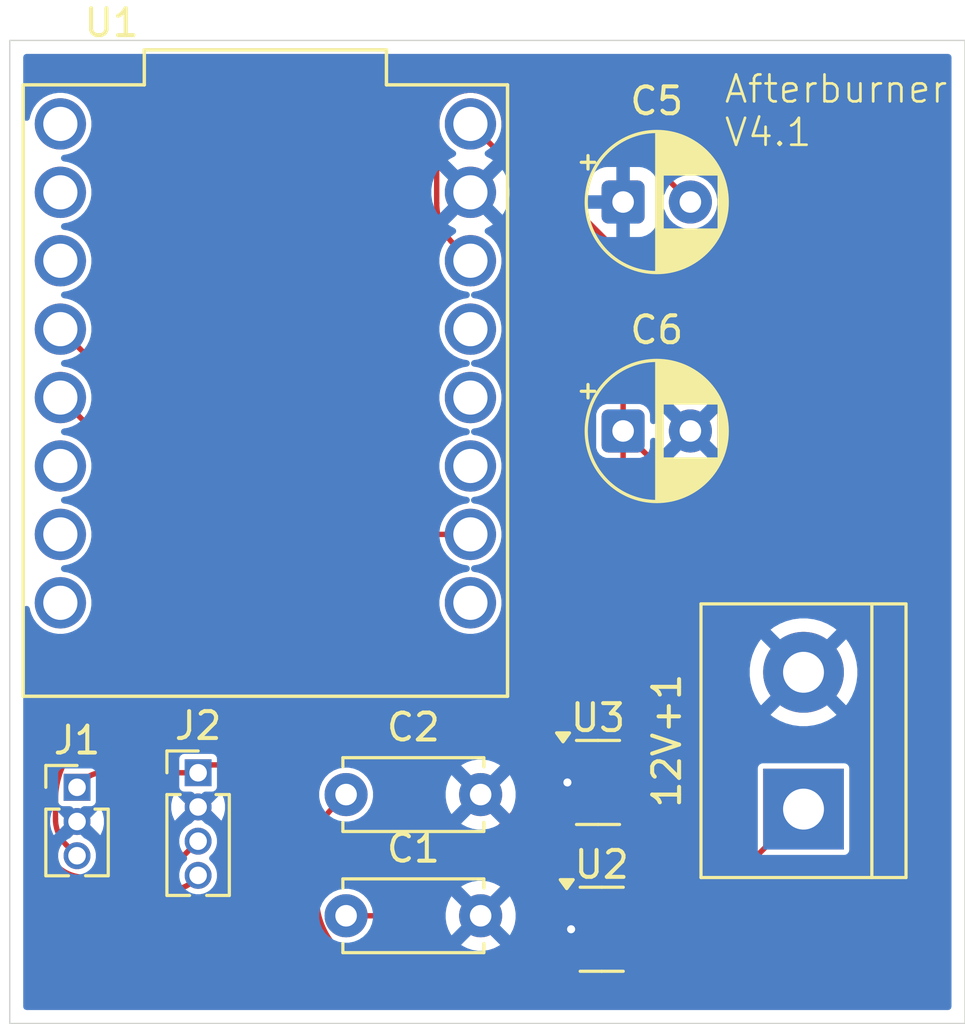
<source format=kicad_pcb>
(kicad_pcb (version 20241229) (generator "pcbnew") (generator_version "9.0")
  (layers (0 "F.Cu" signal) (2 "B.Cu" power "GND") (13 "F.Paste" user) (15 "B.Paste" user) (5 "F.SilkS" user "F.Silkscreen") (7 "B.SilkS" user "B.Silkscreen") (1 "F.Mask" user) (3 "B.Mask" user) (25 "Edge.Cuts" user))
  (net 0 "")
  (net 1 "GND")
  (net 2 "+12V")
  (net 9 "Net-(U2-BP)")
  (net 10 "Net-(U3-BP)")
  (net 15 "/i2c esp sdc")
  (net 16 "+3.3V")
  (net 17 "Net-(J1-Pin_3)")
  (net 18 "/i2c esp sda")
  (net 19 "VCC")
  (footprint "Capacitor_THT:CP_Radial_D5.0mm_P2.50mm" (layer "F.Cu") (at 54.794888 68)
    (property "Reference" "C5" (at 1.25 -3.75 0) (layer "F.SilkS"))
    (property "Value" "2.2uf")
    (fp_line (start -1.554775 -1.475) (end -1.054775 -1.475) (stroke (width 0.12)) (layer "F.SilkS"))
    (fp_line (start -1.304775 -1.725) (end -1.304775 -1.225) (stroke (width 0.12)) (layer "F.SilkS"))
    (fp_line (start 1.25 -2.58) (end 1.25 2.58) (stroke (width 0.12)) (layer "F.SilkS"))
    (fp_line (start 1.29 -2.58) (end 1.29 2.58) (stroke (width 0.12)) (layer "F.SilkS"))
    (fp_line (start 1.33 -2.579) (end 1.33 2.579) (stroke (width 0.12)) (layer "F.SilkS"))
    (fp_line (start 1.37 -2.577) (end 1.37 2.577) (stroke (width 0.12)) (layer "F.SilkS"))
    (fp_line (start 1.41 -2.575) (end 1.41 2.575) (stroke (width 0.12)) (layer "F.SilkS"))
    (fp_line (start 1.45 -2.572) (end 1.45 2.572) (stroke (width 0.12)) (layer "F.SilkS"))
    (fp_line (start 1.49 -2.569) (end 1.49 -1.04) (stroke (width 0.12)) (layer "F.SilkS"))
    (fp_line (start 1.49 1.04) (end 1.49 2.569) (stroke (width 0.12)) (layer "F.SilkS"))
    (fp_line (start 1.53 -2.565) (end 1.53 -1.04) (stroke (width 0.12)) (layer "F.SilkS"))
    (fp_line (start 1.53 1.04) (end 1.53 2.565) (stroke (width 0.12)) (layer "F.SilkS"))
    (fp_line (start 1.57 -2.56) (end 1.57 -1.04) (stroke (width 0.12)) (layer "F.SilkS"))
    (fp_line (start 1.57 1.04) (end 1.57 2.56) (stroke (width 0.12)) (layer "F.SilkS"))
    (fp_line (start 1.61 -2.555) (end 1.61 -1.04) (stroke (width 0.12)) (layer "F.SilkS"))
    (fp_line (start 1.61 1.04) (end 1.61 2.555) (stroke (width 0.12)) (layer "F.SilkS"))
    (fp_line (start 1.65 -2.549) (end 1.65 -1.04) (stroke (width 0.12)) (layer "F.SilkS"))
    (fp_line (start 1.65 1.04) (end 1.65 2.549) (stroke (width 0.12)) (layer "F.SilkS"))
    (fp_line (start 1.69 -2.543) (end 1.69 -1.04) (stroke (width 0.12)) (layer "F.SilkS"))
    (fp_line (start 1.69 1.04) (end 1.69 2.543) (stroke (width 0.12)) (layer "F.SilkS"))
    (fp_line (start 1.73 -2.536) (end 1.73 -1.04) (stroke (width 0.12)) (layer "F.SilkS"))
    (fp_line (start 1.73 1.04) (end 1.73 2.536) (stroke (width 0.12)) (layer "F.SilkS"))
    (fp_line (start 1.77 -2.528) (end 1.77 -1.04) (stroke (width 0.12)) (layer "F.SilkS"))
    (fp_line (start 1.77 1.04) (end 1.77 2.528) (stroke (width 0.12)) (layer "F.SilkS"))
    (fp_line (start 1.81 -2.519) (end 1.81 -1.04) (stroke (width 0.12)) (layer "F.SilkS"))
    (fp_line (start 1.81 1.04) (end 1.81 2.519) (stroke (width 0.12)) (layer "F.SilkS"))
    (fp_line (start 1.85 -2.51) (end 1.85 -1.04) (stroke (width 0.12)) (layer "F.SilkS"))
    (fp_line (start 1.85 1.04) (end 1.85 2.51) (stroke (width 0.12)) (layer "F.SilkS"))
    (fp_line (start 1.89 -2.501) (end 1.89 -1.04) (stroke (width 0.12)) (layer "F.SilkS"))
    (fp_line (start 1.89 1.04) (end 1.89 2.501) (stroke (width 0.12)) (layer "F.SilkS"))
    (fp_line (start 1.93 -2.49) (end 1.93 -1.04) (stroke (width 0.12)) (layer "F.SilkS"))
    (fp_line (start 1.93 1.04) (end 1.93 2.49) (stroke (width 0.12)) (layer "F.SilkS"))
    (fp_line (start 1.97 -2.479) (end 1.97 -1.04) (stroke (width 0.12)) (layer "F.SilkS"))
    (fp_line (start 1.97 1.04) (end 1.97 2.479) (stroke (width 0.12)) (layer "F.SilkS"))
    (fp_line (start 2.01 -2.467) (end 2.01 -1.04) (stroke (width 0.12)) (layer "F.SilkS"))
    (fp_line (start 2.01 1.04) (end 2.01 2.467) (stroke (width 0.12)) (layer "F.SilkS"))
    (fp_line (start 2.05 -2.455) (end 2.05 -1.04) (stroke (width 0.12)) (layer "F.SilkS"))
    (fp_line (start 2.05 1.04) (end 2.05 2.455) (stroke (width 0.12)) (layer "F.SilkS"))
    (fp_line (start 2.09 -2.442) (end 2.09 -1.04) (stroke (width 0.12)) (layer "F.SilkS"))
    (fp_line (start 2.09 1.04) (end 2.09 2.442) (stroke (width 0.12)) (layer "F.SilkS"))
    (fp_line (start 2.13 -2.428) (end 2.13 -1.04) (stroke (width 0.12)) (layer "F.SilkS"))
    (fp_line (start 2.13 1.04) (end 2.13 2.428) (stroke (width 0.12)) (layer "F.SilkS"))
    (fp_line (start 2.17 -2.413) (end 2.17 -1.04) (stroke (width 0.12)) (layer "F.SilkS"))
    (fp_line (start 2.17 1.04) (end 2.17 2.413) (stroke (width 0.12)) (layer "F.SilkS"))
    (fp_line (start 2.21 -2.398) (end 2.21 -1.04) (stroke (width 0.12)) (layer "F.SilkS"))
    (fp_line (start 2.21 1.04) (end 2.21 2.398) (stroke (width 0.12)) (layer "F.SilkS"))
    (fp_line (start 2.25 -2.382) (end 2.25 -1.04) (stroke (width 0.12)) (layer "F.SilkS"))
    (fp_line (start 2.25 1.04) (end 2.25 2.382) (stroke (width 0.12)) (layer "F.SilkS"))
    (fp_line (start 2.29 -2.365) (end 2.29 -1.04) (stroke (width 0.12)) (layer "F.SilkS"))
    (fp_line (start 2.29 1.04) (end 2.29 2.365) (stroke (width 0.12)) (layer "F.SilkS"))
    (fp_line (start 2.33 -2.347) (end 2.33 -1.04) (stroke (width 0.12)) (layer "F.SilkS"))
    (fp_line (start 2.33 1.04) (end 2.33 2.347) (stroke (width 0.12)) (layer "F.SilkS"))
    (fp_line (start 2.37 -2.329) (end 2.37 -1.04) (stroke (width 0.12)) (layer "F.SilkS"))
    (fp_line (start 2.37 1.04) (end 2.37 2.329) (stroke (width 0.12)) (layer "F.SilkS"))
    (fp_line (start 2.41 -2.309) (end 2.41 -1.04) (stroke (width 0.12)) (layer "F.SilkS"))
    (fp_line (start 2.41 1.04) (end 2.41 2.309) (stroke (width 0.12)) (layer "F.SilkS"))
    (fp_line (start 2.45 -2.289) (end 2.45 -1.04) (stroke (width 0.12)) (layer "F.SilkS"))
    (fp_line (start 2.45 1.04) (end 2.45 2.289) (stroke (width 0.12)) (layer "F.SilkS"))
    (fp_line (start 2.49 -2.268) (end 2.49 -1.04) (stroke (width 0.12)) (layer "F.SilkS"))
    (fp_line (start 2.49 1.04) (end 2.49 2.268) (stroke (width 0.12)) (layer "F.SilkS"))
    (fp_line (start 2.53 -2.246) (end 2.53 -1.04) (stroke (width 0.12)) (layer "F.SilkS"))
    (fp_line (start 2.53 1.04) (end 2.53 2.246) (stroke (width 0.12)) (layer "F.SilkS"))
    (fp_line (start 2.57 -2.223) (end 2.57 -1.04) (stroke (width 0.12)) (layer "F.SilkS"))
    (fp_line (start 2.57 1.04) (end 2.57 2.223) (stroke (width 0.12)) (layer "F.SilkS"))
    (fp_line (start 2.61 -2.199) (end 2.61 -1.04) (stroke (width 0.12)) (layer "F.SilkS"))
    (fp_line (start 2.61 1.04) (end 2.61 2.199) (stroke (width 0.12)) (layer "F.SilkS"))
    (fp_line (start 2.65 -2.175) (end 2.65 -1.04) (stroke (width 0.12)) (layer "F.SilkS"))
    (fp_line (start 2.65 1.04) (end 2.65 2.175) (stroke (width 0.12)) (layer "F.SilkS"))
    (fp_line (start 2.69 -2.149) (end 2.69 -1.04) (stroke (width 0.12)) (layer "F.SilkS"))
    (fp_line (start 2.69 1.04) (end 2.69 2.149) (stroke (width 0.12)) (layer "F.SilkS"))
    (fp_line (start 2.73 -2.122) (end 2.73 -1.04) (stroke (width 0.12)) (layer "F.SilkS"))
    (fp_line (start 2.73 1.04) (end 2.73 2.122) (stroke (width 0.12)) (layer "F.SilkS"))
    (fp_line (start 2.77 -2.094) (end 2.77 -1.04) (stroke (width 0.12)) (layer "F.SilkS"))
    (fp_line (start 2.77 1.04) (end 2.77 2.094) (stroke (width 0.12)) (layer "F.SilkS"))
    (fp_line (start 2.81 -2.065) (end 2.81 -1.04) (stroke (width 0.12)) (layer "F.SilkS"))
    (fp_line (start 2.81 1.04) (end 2.81 2.065) (stroke (width 0.12)) (layer "F.SilkS"))
    (fp_line (start 2.85 -2.035) (end 2.85 -1.04) (stroke (width 0.12)) (layer "F.SilkS"))
    (fp_line (start 2.85 1.04) (end 2.85 2.035) (stroke (width 0.12)) (layer "F.SilkS"))
    (fp_line (start 2.89 -2.003) (end 2.89 -1.04) (stroke (width 0.12)) (layer "F.SilkS"))
    (fp_line (start 2.89 1.04) (end 2.89 2.003) (stroke (width 0.12)) (layer "F.SilkS"))
    (fp_line (start 2.93 -1.97) (end 2.93 -1.04) (stroke (width 0.12)) (layer "F.SilkS"))
    (fp_line (start 2.93 1.04) (end 2.93 1.97) (stroke (width 0.12)) (layer "F.SilkS"))
    (fp_line (start 2.97 -1.936) (end 2.97 -1.04) (stroke (width 0.12)) (layer "F.SilkS"))
    (fp_line (start 2.97 1.04) (end 2.97 1.936) (stroke (width 0.12)) (layer "F.SilkS"))
    (fp_line (start 3.01 -1.901) (end 3.01 -1.04) (stroke (width 0.12)) (layer "F.SilkS"))
    (fp_line (start 3.01 1.04) (end 3.01 1.901) (stroke (width 0.12)) (layer "F.SilkS"))
    (fp_line (start 3.05 -1.864) (end 3.05 -1.04) (stroke (width 0.12)) (layer "F.SilkS"))
    (fp_line (start 3.05 1.04) (end 3.05 1.864) (stroke (width 0.12)) (layer "F.SilkS"))
    (fp_line (start 3.09 -1.825) (end 3.09 -1.04) (stroke (width 0.12)) (layer "F.SilkS"))
    (fp_line (start 3.09 1.04) (end 3.09 1.825) (stroke (width 0.12)) (layer "F.SilkS"))
    (fp_line (start 3.13 -1.785) (end 3.13 -1.04) (stroke (width 0.12)) (layer "F.SilkS"))
    (fp_line (start 3.13 1.04) (end 3.13 1.785) (stroke (width 0.12)) (layer "F.SilkS"))
    (fp_line (start 3.17 -1.743) (end 3.17 -1.04) (stroke (width 0.12)) (layer "F.SilkS"))
    (fp_line (start 3.17 1.04) (end 3.17 1.743) (stroke (width 0.12)) (layer "F.SilkS"))
    (fp_line (start 3.21 -1.699) (end 3.21 -1.04) (stroke (width 0.12)) (layer "F.SilkS"))
    (fp_line (start 3.21 1.04) (end 3.21 1.699) (stroke (width 0.12)) (layer "F.SilkS"))
    (fp_line (start 3.25 -1.652) (end 3.25 -1.04) (stroke (width 0.12)) (layer "F.SilkS"))
    (fp_line (start 3.25 1.04) (end 3.25 1.652) (stroke (width 0.12)) (layer "F.SilkS"))
    (fp_line (start 3.29 -1.604) (end 3.29 -1.04) (stroke (width 0.12)) (layer "F.SilkS"))
    (fp_line (start 3.29 1.04) (end 3.29 1.604) (stroke (width 0.12)) (layer "F.SilkS"))
    (fp_line (start 3.33 -1.553) (end 3.33 -1.04) (stroke (width 0.12)) (layer "F.SilkS"))
    (fp_line (start 3.33 1.04) (end 3.33 1.553) (stroke (width 0.12)) (layer "F.SilkS"))
    (fp_line (start 3.37 -1.499) (end 3.37 -1.04) (stroke (width 0.12)) (layer "F.SilkS"))
    (fp_line (start 3.37 1.04) (end 3.37 1.499) (stroke (width 0.12)) (layer "F.SilkS"))
    (fp_line (start 3.41 -1.443) (end 3.41 -1.04) (stroke (width 0.12)) (layer "F.SilkS"))
    (fp_line (start 3.41 1.04) (end 3.41 1.443) (stroke (width 0.12)) (layer "F.SilkS"))
    (fp_line (start 3.45 -1.383) (end 3.45 -1.04) (stroke (width 0.12)) (layer "F.SilkS"))
    (fp_line (start 3.45 1.04) (end 3.45 1.383) (stroke (width 0.12)) (layer "F.SilkS"))
    (fp_line (start 3.49 -1.319) (end 3.49 -1.04) (stroke (width 0.12)) (layer "F.SilkS"))
    (fp_line (start 3.49 1.04) (end 3.49 1.319) (stroke (width 0.12)) (layer "F.SilkS"))
    (fp_line (start 3.53 -1.251) (end 3.53 -1.04) (stroke (width 0.12)) (layer "F.SilkS"))
    (fp_line (start 3.53 1.04) (end 3.53 1.251) (stroke (width 0.12)) (layer "F.SilkS"))
    (fp_line (start 3.57 -1.177) (end 3.57 1.177) (stroke (width 0.12)) (layer "F.SilkS"))
    (fp_line (start 3.61 -1.098) (end 3.61 1.098) (stroke (width 0.12)) (layer "F.SilkS"))
    (fp_line (start 3.65 -1.011) (end 3.65 1.011) (stroke (width 0.12)) (layer "F.SilkS"))
    (fp_line (start 3.69 -0.914) (end 3.69 0.914) (stroke (width 0.12)) (layer "F.SilkS"))
    (fp_line (start 3.73 -0.805) (end 3.73 0.805) (stroke (width 0.12)) (layer "F.SilkS"))
    (fp_line (start 3.77 -0.677) (end 3.77 0.677) (stroke (width 0.12)) (layer "F.SilkS"))
    (fp_line (start 3.81 -0.517) (end 3.81 0.517) (stroke (width 0.12)) (layer "F.SilkS"))
    (fp_line (start 3.85 -0.283) (end 3.85 0.283) (stroke (width 0.12)) (layer "F.SilkS"))
    (fp_circle (center 1.25 0) (end 3.87 0) (stroke (width 0.12)) (fill no) (layer "F.SilkS"))
    (pad "1" thru_hole roundrect (at 0 0) (size 1.6 1.6) (drill 0.8) (layers "*.Cu" "*.Mask") (roundrect_rratio 0.15625) (net 1 "GND"))
    (pad "2" thru_hole circle (at 2.5 0) (size 1.6 1.6) (drill 0.8) (layers "*.Cu" "*.Mask") (net 16 "+3.3V"))
  )
  (footprint "TerminalBlock:TerminalBlock_bornier-2_P5.08mm" (layer "F.Cu") (at 61.5 90.54 90)
    (property "Reference" "12V+1" (at 2.54 -5.08 90) (layer "F.SilkS"))
    (property "Value" "Screw_Terminal_01x02")
    (fp_line (start 7.62 -3.81) (end -2.54 -3.81) (stroke (width 0.12)) (layer "F.SilkS"))
    (fp_line (start -2.54 -3.81) (end -2.54 3.81) (stroke (width 0.12)) (layer "F.SilkS"))
    (fp_line (start 7.62 2.54) (end -2.54 2.54) (stroke (width 0.12)) (layer "F.SilkS"))
    (fp_line (start 7.62 3.81) (end 7.62 -3.81) (stroke (width 0.12)) (layer "F.SilkS"))
    (fp_line (start -2.54 3.81) (end 7.62 3.81) (stroke (width 0.12)) (layer "F.SilkS"))
    (pad "1" thru_hole rect (at 0 0 90) (size 3 3) (drill 1.52) (layers "*.Cu" "*.Mask") (net 2 "+12V"))
    (pad "2" thru_hole circle (at 5.08 0 90) (size 3 3) (drill 1.52) (layers "*.Cu" "*.Mask") (net 1 "GND"))
  )
  (footprint "Package_TO_SOT_SMD:SOT-23-5" (layer "F.Cu") (at 53.8625 89.55)
    (property "Reference" "U3" (at 0 -2.4 0) (layer "F.SilkS"))
    (property "Value" "MIC5219-3.3YM5")
    (fp_line (start 0 -1.56) (end -0.8 -1.56) (stroke (width 0.12)) (layer "F.SilkS"))
    (fp_line (start 0 -1.56) (end 0.8 -1.56) (stroke (width 0.12)) (layer "F.SilkS"))
    (fp_line (start 0 1.56) (end -0.8 1.56) (stroke (width 0.12)) (layer "F.SilkS"))
    (fp_line (start 0 1.56) (end 0.8 1.56) (stroke (width 0.12)) (layer "F.SilkS"))
    (fp_poly (pts (xy -1.3 -1.51) (xy -1.54 -1.84) (xy -1.06 -1.84)) (stroke (width 0.12)) (fill yes) (layer "F.SilkS"))
    (pad "1" smd roundrect (at -1.1375 -0.95) (size 1.325 0.6) (layers "F.Cu" "F.Mask" "F.Paste") (net 2 "+12V"))
    (pad "2" smd roundrect (at -1.1375 0) (size 1.325 0.6) (layers "F.Cu" "F.Mask" "F.Paste") (net 1 "GND"))
    (pad "3" smd roundrect (at -1.1375 0.95) (size 1.325 0.6) (layers "F.Cu" "F.Mask" "F.Paste") (net 2 "+12V"))
    (pad "4" smd roundrect (at 1.1375 0.95) (size 1.325 0.6) (layers "F.Cu" "F.Mask" "F.Paste") (net 10 "Net-(U3-BP)"))
    (pad "5" smd roundrect (at 1.1375 -0.95) (size 1.325 0.6) (layers "F.Cu" "F.Mask" "F.Paste") (net 16 "+3.3V"))
  )
  (footprint "Package_TO_SOT_SMD:SOT-23-5" (layer "F.Cu") (at 54 95)
    (property "Reference" "U2" (at 0 -2.4 0) (layer "F.SilkS"))
    (property "Value" "MIC5219-5.0YM5")
    (fp_line (start 0 -1.56) (end -0.8 -1.56) (stroke (width 0.12)) (layer "F.SilkS"))
    (fp_line (start 0 -1.56) (end 0.8 -1.56) (stroke (width 0.12)) (layer "F.SilkS"))
    (fp_line (start 0 1.56) (end -0.8 1.56) (stroke (width 0.12)) (layer "F.SilkS"))
    (fp_line (start 0 1.56) (end 0.8 1.56) (stroke (width 0.12)) (layer "F.SilkS"))
    (fp_poly (pts (xy -1.3 -1.51) (xy -1.54 -1.84) (xy -1.06 -1.84)) (stroke (width 0.12)) (fill yes) (layer "F.SilkS"))
    (pad "1" smd roundrect (at -1.1375 -0.95) (size 1.325 0.6) (layers "F.Cu" "F.Mask" "F.Paste") (net 2 "+12V"))
    (pad "2" smd roundrect (at -1.1375 0) (size 1.325 0.6) (layers "F.Cu" "F.Mask" "F.Paste") (net 1 "GND"))
    (pad "3" smd roundrect (at -1.1375 0.95) (size 1.325 0.6) (layers "F.Cu" "F.Mask" "F.Paste") (net 2 "+12V"))
    (pad "4" smd roundrect (at 1.1375 0.95) (size 1.325 0.6) (layers "F.Cu" "F.Mask" "F.Paste") (net 9 "Net-(U2-BP)"))
    (pad "5" smd roundrect (at 1.1375 -0.95) (size 1.325 0.6) (layers "F.Cu" "F.Mask" "F.Paste") (net 19 "VCC"))
  )
  (footprint "Capacitor_THT:C_Disc_D5.0mm_W2.5mm_P5.00mm" (layer "F.Cu") (at 44.5 90)
    (property "Reference" "C2" (at 2.5 -2.5 0) (layer "F.SilkS"))
    (property "Value" "470pf")
    (fp_line (start -0.12 -1.37) (end -0.12 -1.033) (stroke (width 0.12)) (layer "F.SilkS"))
    (fp_line (start -0.12 -1.37) (end 5.12 -1.37) (stroke (width 0.12)) (layer "F.SilkS"))
    (fp_line (start -0.12 1.033) (end -0.12 1.37) (stroke (width 0.12)) (layer "F.SilkS"))
    (fp_line (start -0.12 1.37) (end 5.12 1.37) (stroke (width 0.12)) (layer "F.SilkS"))
    (fp_line (start 5.12 -1.37) (end 5.12 -1.033) (stroke (width 0.12)) (layer "F.SilkS"))
    (fp_line (start 5.12 1.033) (end 5.12 1.37) (stroke (width 0.12)) (layer "F.SilkS"))
    (pad "1" thru_hole circle (at 0 0) (size 1.6 1.6) (drill 0.8) (layers "*.Cu" "*.Mask") (net 9 "Net-(U2-BP)"))
    (pad "2" thru_hole circle (at 5 0) (size 1.6 1.6) (drill 0.8) (layers "*.Cu" "*.Mask") (net 1 "GND"))
  )
  (footprint "Capacitor_THT:C_Disc_D5.0mm_W2.5mm_P5.00mm" (layer "F.Cu") (at 44.5 94.5)
    (property "Reference" "C1" (at 2.5 -2.5 0) (layer "F.SilkS"))
    (property "Value" "470pf")
    (fp_line (start -0.12 -1.37) (end -0.12 -1.033) (stroke (width 0.12)) (layer "F.SilkS"))
    (fp_line (start -0.12 -1.37) (end 5.12 -1.37) (stroke (width 0.12)) (layer "F.SilkS"))
    (fp_line (start -0.12 1.033) (end -0.12 1.37) (stroke (width 0.12)) (layer "F.SilkS"))
    (fp_line (start -0.12 1.37) (end 5.12 1.37) (stroke (width 0.12)) (layer "F.SilkS"))
    (fp_line (start 5.12 -1.37) (end 5.12 -1.033) (stroke (width 0.12)) (layer "F.SilkS"))
    (fp_line (start 5.12 1.033) (end 5.12 1.37) (stroke (width 0.12)) (layer "F.SilkS"))
    (pad "1" thru_hole circle (at 0 0) (size 1.6 1.6) (drill 0.8) (layers "*.Cu" "*.Mask") (net 10 "Net-(U3-BP)"))
    (pad "2" thru_hole circle (at 5 0) (size 1.6 1.6) (drill 0.8) (layers "*.Cu" "*.Mask") (net 1 "GND"))
  )
  (footprint "Connector_PinHeader_1.27mm:PinHeader_1x04_P1.27mm_Vertical" (layer "F.Cu") (at 39 89.19)
    (property "Reference" "J2" (at 0 -1.745 0) (layer "F.SilkS"))
    (property "Value" "Display")
    (fp_line (start -1.16 -0.81) (end 0 -0.81) (stroke (width 0.12)) (layer "F.SilkS"))
    (fp_line (start -1.16 0) (end -1.16 -0.81) (stroke (width 0.12)) (layer "F.SilkS"))
    (fp_line (start -1.16 0.81) (end -1.16 4.555) (stroke (width 0.12)) (layer "F.SilkS"))
    (fp_line (start -1.16 0.81) (end -0.666708 0.81) (stroke (width 0.12)) (layer "F.SilkS"))
    (fp_line (start -1.16 4.555) (end -0.317923 4.555) (stroke (width 0.12)) (layer "F.SilkS"))
    (fp_line (start 0.317923 4.555) (end 1.16 4.555) (stroke (width 0.12)) (layer "F.SilkS"))
    (fp_line (start 0.666708 0.81) (end 1.16 0.81) (stroke (width 0.12)) (layer "F.SilkS"))
    (fp_line (start 1.16 0.81) (end 1.16 4.555) (stroke (width 0.12)) (layer "F.SilkS"))
    (pad "1" thru_hole rect (at 0 0) (size 1 1) (drill 0.65) (layers "*.Cu" "*.Mask") (net 19 "VCC"))
    (pad "2" thru_hole circle (at 0 1.27) (size 1 1) (drill 0.65) (layers "*.Cu" "*.Mask") (net 1 "GND"))
    (pad "3" thru_hole circle (at 0 2.54) (size 1 1) (drill 0.65) (layers "*.Cu" "*.Mask") (net 18 "/i2c esp sda"))
    (pad "4" thru_hole circle (at 0 3.81) (size 1 1) (drill 0.65) (layers "*.Cu" "*.Mask") (net 15 "/i2c esp sdc"))
  )
  (footprint "Capacitor_THT:CP_Radial_D5.0mm_P2.50mm" (layer "F.Cu") (at 54.794888 76.5)
    (property "Reference" "C6" (at 1.25 -3.75 0) (layer "F.SilkS"))
    (property "Value" "2.2uf")
    (fp_line (start -1.554775 -1.475) (end -1.054775 -1.475) (stroke (width 0.12)) (layer "F.SilkS"))
    (fp_line (start -1.304775 -1.725) (end -1.304775 -1.225) (stroke (width 0.12)) (layer "F.SilkS"))
    (fp_line (start 1.25 -2.58) (end 1.25 2.58) (stroke (width 0.12)) (layer "F.SilkS"))
    (fp_line (start 1.29 -2.58) (end 1.29 2.58) (stroke (width 0.12)) (layer "F.SilkS"))
    (fp_line (start 1.33 -2.579) (end 1.33 2.579) (stroke (width 0.12)) (layer "F.SilkS"))
    (fp_line (start 1.37 -2.577) (end 1.37 2.577) (stroke (width 0.12)) (layer "F.SilkS"))
    (fp_line (start 1.41 -2.575) (end 1.41 2.575) (stroke (width 0.12)) (layer "F.SilkS"))
    (fp_line (start 1.45 -2.572) (end 1.45 2.572) (stroke (width 0.12)) (layer "F.SilkS"))
    (fp_line (start 1.49 -2.569) (end 1.49 -1.04) (stroke (width 0.12)) (layer "F.SilkS"))
    (fp_line (start 1.49 1.04) (end 1.49 2.569) (stroke (width 0.12)) (layer "F.SilkS"))
    (fp_line (start 1.53 -2.565) (end 1.53 -1.04) (stroke (width 0.12)) (layer "F.SilkS"))
    (fp_line (start 1.53 1.04) (end 1.53 2.565) (stroke (width 0.12)) (layer "F.SilkS"))
    (fp_line (start 1.57 -2.56) (end 1.57 -1.04) (stroke (width 0.12)) (layer "F.SilkS"))
    (fp_line (start 1.57 1.04) (end 1.57 2.56) (stroke (width 0.12)) (layer "F.SilkS"))
    (fp_line (start 1.61 -2.555) (end 1.61 -1.04) (stroke (width 0.12)) (layer "F.SilkS"))
    (fp_line (start 1.61 1.04) (end 1.61 2.555) (stroke (width 0.12)) (layer "F.SilkS"))
    (fp_line (start 1.65 -2.549) (end 1.65 -1.04) (stroke (width 0.12)) (layer "F.SilkS"))
    (fp_line (start 1.65 1.04) (end 1.65 2.549) (stroke (width 0.12)) (layer "F.SilkS"))
    (fp_line (start 1.69 -2.543) (end 1.69 -1.04) (stroke (width 0.12)) (layer "F.SilkS"))
    (fp_line (start 1.69 1.04) (end 1.69 2.543) (stroke (width 0.12)) (layer "F.SilkS"))
    (fp_line (start 1.73 -2.536) (end 1.73 -1.04) (stroke (width 0.12)) (layer "F.SilkS"))
    (fp_line (start 1.73 1.04) (end 1.73 2.536) (stroke (width 0.12)) (layer "F.SilkS"))
    (fp_line (start 1.77 -2.528) (end 1.77 -1.04) (stroke (width 0.12)) (layer "F.SilkS"))
    (fp_line (start 1.77 1.04) (end 1.77 2.528) (stroke (width 0.12)) (layer "F.SilkS"))
    (fp_line (start 1.81 -2.519) (end 1.81 -1.04) (stroke (width 0.12)) (layer "F.SilkS"))
    (fp_line (start 1.81 1.04) (end 1.81 2.519) (stroke (width 0.12)) (layer "F.SilkS"))
    (fp_line (start 1.85 -2.51) (end 1.85 -1.04) (stroke (width 0.12)) (layer "F.SilkS"))
    (fp_line (start 1.85 1.04) (end 1.85 2.51) (stroke (width 0.12)) (layer "F.SilkS"))
    (fp_line (start 1.89 -2.501) (end 1.89 -1.04) (stroke (width 0.12)) (layer "F.SilkS"))
    (fp_line (start 1.89 1.04) (end 1.89 2.501) (stroke (width 0.12)) (layer "F.SilkS"))
    (fp_line (start 1.93 -2.49) (end 1.93 -1.04) (stroke (width 0.12)) (layer "F.SilkS"))
    (fp_line (start 1.93 1.04) (end 1.93 2.49) (stroke (width 0.12)) (layer "F.SilkS"))
    (fp_line (start 1.97 -2.479) (end 1.97 -1.04) (stroke (width 0.12)) (layer "F.SilkS"))
    (fp_line (start 1.97 1.04) (end 1.97 2.479) (stroke (width 0.12)) (layer "F.SilkS"))
    (fp_line (start 2.01 -2.467) (end 2.01 -1.04) (stroke (width 0.12)) (layer "F.SilkS"))
    (fp_line (start 2.01 1.04) (end 2.01 2.467) (stroke (width 0.12)) (layer "F.SilkS"))
    (fp_line (start 2.05 -2.455) (end 2.05 -1.04) (stroke (width 0.12)) (layer "F.SilkS"))
    (fp_line (start 2.05 1.04) (end 2.05 2.455) (stroke (width 0.12)) (layer "F.SilkS"))
    (fp_line (start 2.09 -2.442) (end 2.09 -1.04) (stroke (width 0.12)) (layer "F.SilkS"))
    (fp_line (start 2.09 1.04) (end 2.09 2.442) (stroke (width 0.12)) (layer "F.SilkS"))
    (fp_line (start 2.13 -2.428) (end 2.13 -1.04) (stroke (width 0.12)) (layer "F.SilkS"))
    (fp_line (start 2.13 1.04) (end 2.13 2.428) (stroke (width 0.12)) (layer "F.SilkS"))
    (fp_line (start 2.17 -2.413) (end 2.17 -1.04) (stroke (width 0.12)) (layer "F.SilkS"))
    (fp_line (start 2.17 1.04) (end 2.17 2.413) (stroke (width 0.12)) (layer "F.SilkS"))
    (fp_line (start 2.21 -2.398) (end 2.21 -1.04) (stroke (width 0.12)) (layer "F.SilkS"))
    (fp_line (start 2.21 1.04) (end 2.21 2.398) (stroke (width 0.12)) (layer "F.SilkS"))
    (fp_line (start 2.25 -2.382) (end 2.25 -1.04) (stroke (width 0.12)) (layer "F.SilkS"))
    (fp_line (start 2.25 1.04) (end 2.25 2.382) (stroke (width 0.12)) (layer "F.SilkS"))
    (fp_line (start 2.29 -2.365) (end 2.29 -1.04) (stroke (width 0.12)) (layer "F.SilkS"))
    (fp_line (start 2.29 1.04) (end 2.29 2.365) (stroke (width 0.12)) (layer "F.SilkS"))
    (fp_line (start 2.33 -2.347) (end 2.33 -1.04) (stroke (width 0.12)) (layer "F.SilkS"))
    (fp_line (start 2.33 1.04) (end 2.33 2.347) (stroke (width 0.12)) (layer "F.SilkS"))
    (fp_line (start 2.37 -2.329) (end 2.37 -1.04) (stroke (width 0.12)) (layer "F.SilkS"))
    (fp_line (start 2.37 1.04) (end 2.37 2.329) (stroke (width 0.12)) (layer "F.SilkS"))
    (fp_line (start 2.41 -2.309) (end 2.41 -1.04) (stroke (width 0.12)) (layer "F.SilkS"))
    (fp_line (start 2.41 1.04) (end 2.41 2.309) (stroke (width 0.12)) (layer "F.SilkS"))
    (fp_line (start 2.45 -2.289) (end 2.45 -1.04) (stroke (width 0.12)) (layer "F.SilkS"))
    (fp_line (start 2.45 1.04) (end 2.45 2.289) (stroke (width 0.12)) (layer "F.SilkS"))
    (fp_line (start 2.49 -2.268) (end 2.49 -1.04) (stroke (width 0.12)) (layer "F.SilkS"))
    (fp_line (start 2.49 1.04) (end 2.49 2.268) (stroke (width 0.12)) (layer "F.SilkS"))
    (fp_line (start 2.53 -2.246) (end 2.53 -1.04) (stroke (width 0.12)) (layer "F.SilkS"))
    (fp_line (start 2.53 1.04) (end 2.53 2.246) (stroke (width 0.12)) (layer "F.SilkS"))
    (fp_line (start 2.57 -2.223) (end 2.57 -1.04) (stroke (width 0.12)) (layer "F.SilkS"))
    (fp_line (start 2.57 1.04) (end 2.57 2.223) (stroke (width 0.12)) (layer "F.SilkS"))
    (fp_line (start 2.61 -2.199) (end 2.61 -1.04) (stroke (width 0.12)) (layer "F.SilkS"))
    (fp_line (start 2.61 1.04) (end 2.61 2.199) (stroke (width 0.12)) (layer "F.SilkS"))
    (fp_line (start 2.65 -2.175) (end 2.65 -1.04) (stroke (width 0.12)) (layer "F.SilkS"))
    (fp_line (start 2.65 1.04) (end 2.65 2.175) (stroke (width 0.12)) (layer "F.SilkS"))
    (fp_line (start 2.69 -2.149) (end 2.69 -1.04) (stroke (width 0.12)) (layer "F.SilkS"))
    (fp_line (start 2.69 1.04) (end 2.69 2.149) (stroke (width 0.12)) (layer "F.SilkS"))
    (fp_line (start 2.73 -2.122) (end 2.73 -1.04) (stroke (width 0.12)) (layer "F.SilkS"))
    (fp_line (start 2.73 1.04) (end 2.73 2.122) (stroke (width 0.12)) (layer "F.SilkS"))
    (fp_line (start 2.77 -2.094) (end 2.77 -1.04) (stroke (width 0.12)) (layer "F.SilkS"))
    (fp_line (start 2.77 1.04) (end 2.77 2.094) (stroke (width 0.12)) (layer "F.SilkS"))
    (fp_line (start 2.81 -2.065) (end 2.81 -1.04) (stroke (width 0.12)) (layer "F.SilkS"))
    (fp_line (start 2.81 1.04) (end 2.81 2.065) (stroke (width 0.12)) (layer "F.SilkS"))
    (fp_line (start 2.85 -2.035) (end 2.85 -1.04) (stroke (width 0.12)) (layer "F.SilkS"))
    (fp_line (start 2.85 1.04) (end 2.85 2.035) (stroke (width 0.12)) (layer "F.SilkS"))
    (fp_line (start 2.89 -2.003) (end 2.89 -1.04) (stroke (width 0.12)) (layer "F.SilkS"))
    (fp_line (start 2.89 1.04) (end 2.89 2.003) (stroke (width 0.12)) (layer "F.SilkS"))
    (fp_line (start 2.93 -1.97) (end 2.93 -1.04) (stroke (width 0.12)) (layer "F.SilkS"))
    (fp_line (start 2.93 1.04) (end 2.93 1.97) (stroke (width 0.12)) (layer "F.SilkS"))
    (fp_line (start 2.97 -1.936) (end 2.97 -1.04) (stroke (width 0.12)) (layer "F.SilkS"))
    (fp_line (start 2.97 1.04) (end 2.97 1.936) (stroke (width 0.12)) (layer "F.SilkS"))
    (fp_line (start 3.01 -1.901) (end 3.01 -1.04) (stroke (width 0.12)) (layer "F.SilkS"))
    (fp_line (start 3.01 1.04) (end 3.01 1.901) (stroke (width 0.12)) (layer "F.SilkS"))
    (fp_line (start 3.05 -1.864) (end 3.05 -1.04) (stroke (width 0.12)) (layer "F.SilkS"))
    (fp_line (start 3.05 1.04) (end 3.05 1.864) (stroke (width 0.12)) (layer "F.SilkS"))
    (fp_line (start 3.09 -1.825) (end 3.09 -1.04) (stroke (width 0.12)) (layer "F.SilkS"))
    (fp_line (start 3.09 1.04) (end 3.09 1.825) (stroke (width 0.12)) (layer "F.SilkS"))
    (fp_line (start 3.13 -1.785) (end 3.13 -1.04) (stroke (width 0.12)) (layer "F.SilkS"))
    (fp_line (start 3.13 1.04) (end 3.13 1.785) (stroke (width 0.12)) (layer "F.SilkS"))
    (fp_line (start 3.17 -1.743) (end 3.17 -1.04) (stroke (width 0.12)) (layer "F.SilkS"))
    (fp_line (start 3.17 1.04) (end 3.17 1.743) (stroke (width 0.12)) (layer "F.SilkS"))
    (fp_line (start 3.21 -1.699) (end 3.21 -1.04) (stroke (width 0.12)) (layer "F.SilkS"))
    (fp_line (start 3.21 1.04) (end 3.21 1.699) (stroke (width 0.12)) (layer "F.SilkS"))
    (fp_line (start 3.25 -1.652) (end 3.25 -1.04) (stroke (width 0.12)) (layer "F.SilkS"))
    (fp_line (start 3.25 1.04) (end 3.25 1.652) (stroke (width 0.12)) (layer "F.SilkS"))
    (fp_line (start 3.29 -1.604) (end 3.29 -1.04) (stroke (width 0.12)) (layer "F.SilkS"))
    (fp_line (start 3.29 1.04) (end 3.29 1.604) (stroke (width 0.12)) (layer "F.SilkS"))
    (fp_line (start 3.33 -1.553) (end 3.33 -1.04) (stroke (width 0.12)) (layer "F.SilkS"))
    (fp_line (start 3.33 1.04) (end 3.33 1.553) (stroke (width 0.12)) (layer "F.SilkS"))
    (fp_line (start 3.37 -1.499) (end 3.37 -1.04) (stroke (width 0.12)) (layer "F.SilkS"))
    (fp_line (start 3.37 1.04) (end 3.37 1.499) (stroke (width 0.12)) (layer "F.SilkS"))
    (fp_line (start 3.41 -1.443) (end 3.41 -1.04) (stroke (width 0.12)) (layer "F.SilkS"))
    (fp_line (start 3.41 1.04) (end 3.41 1.443) (stroke (width 0.12)) (layer "F.SilkS"))
    (fp_line (start 3.45 -1.383) (end 3.45 -1.04) (stroke (width 0.12)) (layer "F.SilkS"))
    (fp_line (start 3.45 1.04) (end 3.45 1.383) (stroke (width 0.12)) (layer "F.SilkS"))
    (fp_line (start 3.49 -1.319) (end 3.49 -1.04) (stroke (width 0.12)) (layer "F.SilkS"))
    (fp_line (start 3.49 1.04) (end 3.49 1.319) (stroke (width 0.12)) (layer "F.SilkS"))
    (fp_line (start 3.53 -1.251) (end 3.53 -1.04) (stroke (width 0.12)) (layer "F.SilkS"))
    (fp_line (start 3.53 1.04) (end 3.53 1.251) (stroke (width 0.12)) (layer "F.SilkS"))
    (fp_line (start 3.57 -1.177) (end 3.57 1.177) (stroke (width 0.12)) (layer "F.SilkS"))
    (fp_line (start 3.61 -1.098) (end 3.61 1.098) (stroke (width 0.12)) (layer "F.SilkS"))
    (fp_line (start 3.65 -1.011) (end 3.65 1.011) (stroke (width 0.12)) (layer "F.SilkS"))
    (fp_line (start 3.69 -0.914) (end 3.69 0.914) (stroke (width 0.12)) (layer "F.SilkS"))
    (fp_line (start 3.73 -0.805) (end 3.73 0.805) (stroke (width 0.12)) (layer "F.SilkS"))
    (fp_line (start 3.77 -0.677) (end 3.77 0.677) (stroke (width 0.12)) (layer "F.SilkS"))
    (fp_line (start 3.81 -0.517) (end 3.81 0.517) (stroke (width 0.12)) (layer "F.SilkS"))
    (fp_line (start 3.85 -0.283) (end 3.85 0.283) (stroke (width 0.12)) (layer "F.SilkS"))
    (fp_circle (center 1.25 0) (end 3.87 0) (stroke (width 0.12)) (fill no) (layer "F.SilkS"))
    (pad "1" thru_hole roundrect (at 0 0) (size 1.6 1.6) (drill 0.8) (layers "*.Cu" "*.Mask") (roundrect_rratio 0.15625) (net 19 "VCC"))
    (pad "2" thru_hole circle (at 2.5 0) (size 1.6 1.6) (drill 0.8) (layers "*.Cu" "*.Mask") (net 1 "GND"))
  )
  (footprint "Connector_PinHeader_1.27mm:PinHeader_1x03_P1.27mm_Vertical" (layer "F.Cu") (at 34.5 89.73)
    (property "Reference" "J1" (at 0 -1.745 0) (layer "F.SilkS"))
    (property "Value" "PulseIn")
    (fp_line (start -1.16 -0.81) (end 0 -0.81) (stroke (width 0.12)) (layer "F.SilkS"))
    (fp_line (start -1.16 0) (end -1.16 -0.81) (stroke (width 0.12)) (layer "F.SilkS"))
    (fp_line (start -1.16 0.81) (end -1.16 3.285) (stroke (width 0.12)) (layer "F.SilkS"))
    (fp_line (start -1.16 0.81) (end -0.666708 0.81) (stroke (width 0.12)) (layer "F.SilkS"))
    (fp_line (start -1.16 3.285) (end -0.317923 3.285) (stroke (width 0.12)) (layer "F.SilkS"))
    (fp_line (start 0.317923 3.285) (end 1.16 3.285) (stroke (width 0.12)) (layer "F.SilkS"))
    (fp_line (start 0.666708 0.81) (end 1.16 0.81) (stroke (width 0.12)) (layer "F.SilkS"))
    (fp_line (start 1.16 0.81) (end 1.16 3.285) (stroke (width 0.12)) (layer "F.SilkS"))
    (pad "1" thru_hole rect (at 0 0) (size 1 1) (drill 0.65) (layers "*.Cu" "*.Mask") (net 19 "VCC"))
    (pad "2" thru_hole circle (at 0 1.27) (size 1 1) (drill 0.65) (layers "*.Cu" "*.Mask") (net 1 "GND"))
    (pad "3" thru_hole circle (at 0 2.54) (size 1 1) (drill 0.65) (layers "*.Cu" "*.Mask") (net 17 "Net-(J1-Pin_3)"))
  )
  (footprint "ESP32-C3_SUPERMINI_TH(2):MODULE_ESP32-C3_SUPERMINI" (layer "F.Cu") (at 41.5 75)
    (property "Reference" "U1" (at -5.715 -13.6525 0) (layer "F.SilkS"))
    (property "Value" "ESP32-C3_SUPERMINI_TH")
    (fp_line (start -9 11.35) (end -9 -11.35) (stroke (width 0.127)) (layer "F.SilkS"))
    (fp_line (start -4.5 -12.65) (end -4.5 -11.35) (stroke (width 0.127)) (layer "F.SilkS"))
    (fp_line (start -4.5 -11.35) (end -9 -11.35) (stroke (width 0.127)) (layer "F.SilkS"))
    (fp_line (start 4.5 -12.65) (end -4.5 -12.65) (stroke (width 0.127)) (layer "F.SilkS"))
    (fp_line (start 4.5 -12.65) (end 4.5 -11.35) (stroke (width 0.127)) (layer "F.SilkS"))
    (fp_line (start 9 -11.35) (end 4.5 -11.35) (stroke (width 0.127)) (layer "F.SilkS"))
    (fp_line (start 9 11.35) (end -9 11.35) (stroke (width 0.127)) (layer "F.SilkS"))
    (fp_line (start 9 11.35) (end 9 -11.35) (stroke (width 0.127)) (layer "F.SilkS"))
    (pad "0" thru_hole circle (at 7.62 7.88) (size 1.905 1.905) (drill 1.27) (layers "*.Cu" "*.Mask"))
    (pad "1" thru_hole circle (at 7.62 5.34) (size 1.905 1.905) (drill 1.27) (layers "*.Cu" "*.Mask") (net 17 "Net-(J1-Pin_3)"))
    (pad "2" thru_hole circle (at 7.62 2.8) (size 1.905 1.905) (drill 1.27) (layers "*.Cu" "*.Mask"))
    (pad "3" thru_hole circle (at 7.62 0.26) (size 1.905 1.905) (drill 1.27) (layers "*.Cu" "*.Mask"))
    (pad "3.3" thru_hole circle (at 7.62 -4.82) (size 1.905 1.905) (drill 1.27) (layers "*.Cu" "*.Mask") (net 16 "+3.3V"))
    (pad "4" thru_hole circle (at 7.62 -2.28) (size 1.905 1.905) (drill 1.27) (layers "*.Cu" "*.Mask"))
    (pad "5" thru_hole circle (at -7.62 -9.9) (size 1.905 1.905) (drill 1.27) (layers "*.Cu" "*.Mask"))
    (pad "5V" thru_hole circle (at 7.62 -9.9) (size 1.905 1.905) (drill 1.27) (layers "*.Cu" "*.Mask") (net 19 "VCC"))
    (pad "6" thru_hole circle (at -7.62 -7.36) (size 1.905 1.905) (drill 1.27) (layers "*.Cu" "*.Mask"))
    (pad "7" thru_hole circle (at -7.62 -4.82) (size 1.905 1.905) (drill 1.27) (layers "*.Cu" "*.Mask"))
    (pad "8" thru_hole circle (at -7.62 -2.28) (size 1.905 1.905) (drill 1.27) (layers "*.Cu" "*.Mask") (net 18 "/i2c esp sda"))
    (pad "9" thru_hole circle (at -7.62 0.26) (size 1.905 1.905) (drill 1.27) (layers "*.Cu" "*.Mask") (net 15 "/i2c esp sdc"))
    (pad "10" thru_hole circle (at -7.62 2.8) (size 1.905 1.905) (drill 1.27) (layers "*.Cu" "*.Mask"))
    (pad "20" thru_hole circle (at -7.62 5.34) (size 1.905 1.905) (drill 1.27) (layers "*.Cu" "*.Mask"))
    (pad "21" thru_hole circle (at -7.62 7.88) (size 1.905 1.905) (drill 1.27) (layers "*.Cu" "*.Mask"))
    (pad "G" thru_hole circle (at 7.62 -7.36) (size 1.905 1.905) (drill 1.27) (layers "*.Cu" "*.Mask") (net 1 "GND"))
  )
  (gr_rect (start 32 62) (end 67.5 98.5) (stroke (width 0.05)) (fill no) (layer "Edge.Cuts"))
  (gr_text "Afterburner\nV4.1" (at 58.5 66 0) (layer "F.SilkS") (effects (font (size 1 1) (thickness 0.1)) (justify left bottom)))
  (via (at 52.725 89.55) (size 0.6) (drill 0.3) (layers "F.Cu" "B.Cu") (net 1))
  (via (at 52.8625 95) (size 0.6) (drill 0.3) (layers "F.Cu" "B.Cu") (net 1))
  (segment (start 52.41284 95.95) (end 52.53125 95.95) (width 0.2) (layer "F.Cu") (net 2))
  (segment (start 52.41284 94.05) (end 52.53125 94.05) (width 0.2) (layer "F.Cu") (net 2))
  (segment (start 53.40806 95.95) (end 53.193749 95.95) (width 0.2) (layer "F.Cu") (net 2))
  (segment (start 52.066016 90.195484) (end 52.245208 90.374676) (width 0.2) (layer "F.Cu") (net 2))
  (segment (start 51.7615 89.460317) (end 51.7615 89.11384) (width 0.2) (layer "F.Cu") (net 2))
  (segment (start 52.27534 88.6) (end 52.725 88.6) (width 0.2) (layer "F.Cu") (net 2))
  (segment (start 57.488958 94.551041) (end 61.5 90.54) (width 0.2) (layer "F.Cu") (net 2))
  (segment (start 51.899 94.56384) (end 51.899 95.436159) (width 0.2) (layer "F.Cu") (net 2))
  (segment (start 55.562516 95.349) (end 54.859003 95.349) (width 0.2) (layer "F.Cu") (net 2))
  (segment (start 53.193749 95.95) (end 52.53125 95.95) (width 0.2) (layer "F.Cu") (net 2))
  (segment (start 52.8625 93.71875) (end 52.8625 90.734727) (width 0.2) (layer "F.Cu") (net 2))
  (segment (start 52.627772 90.5) (end 52.547766 90.5) (width 0.2) (layer "F.Cu") (net 2))
  (arc (start 51.899 95.436159) (mid 51.938113 95.632797) (end 52.0495 95.799499) (width 0.2) (layer "F.Cu") (net 2))
  (arc (start 51.7615 89.460317) (mid 51.840641 89.858186) (end 52.066016 90.195484) (width 0.2) (layer "F.Cu") (net 2))
  (arc (start 57.488958 94.551041) (mid 56.605099 95.141617) (end 55.562516 95.349) (width 0.2) (layer "F.Cu") (net 2))
  (arc (start 54.859003 95.349) (mid 54.46638 95.427097) (end 54.133532 95.6495) (width 0.2) (layer "F.Cu") (net 2))
  (arc (start 54.133532 95.6495) (mid 53.800682 95.871902) (end 53.40806 95.95) (width 0.2) (layer "F.Cu") (net 2))
  (arc (start 52.79375 90.56875) (mid 52.844632 90.6449) (end 52.8625 90.734727) (width 0.2) (layer "F.Cu") (net 2))
  (arc (start 52.8625 93.71875) (mid 52.765479 93.952979) (end 52.53125 94.05) (width 0.2) (layer "F.Cu") (net 2))
  (arc (start 52.245208 90.374676) (mid 52.384022 90.467429) (end 52.547766 90.5) (width 0.2) (layer "F.Cu") (net 2))
  (arc (start 52.79375 90.56875) (mid 52.717598 90.517867) (end 52.627772 90.5) (width 0.2) (layer "F.Cu") (net 2))
  (arc (start 52.0495 94.2005) (mid 51.938113 94.367202) (end 51.899 94.56384) (width 0.2) (layer "F.Cu") (net 2))
  (arc (start 52.0495 95.799499) (mid 52.216202 95.910886) (end 52.41284 95.95) (width 0.2) (layer "F.Cu") (net 2))
  (arc (start 52.41284 94.05) (mid 52.216202 94.089113) (end 52.0495 94.2005) (width 0.2) (layer "F.Cu") (net 2))
  (arc (start 52.27534 88.6) (mid 52.078702 88.639113) (end 51.912 88.7505) (width 0.2) (layer "F.Cu") (net 2))
  (arc (start 51.912 88.7505) (mid 51.800613 88.917202) (end 51.7615 89.11384) (width 0.2) (layer "F.Cu") (net 2))
  (segment (start 43.9495 90.5505) (end 44.5 90) (width 0.2) (layer "F.Cu") (net 9))
  (segment (start 43.399 93.82825) (end 43.399 91.879524) (width 0.2) (layer "F.Cu") (net 9))
  (segment (start 46.121749 96.551) (end 54.111528 96.551) (width 0.2) (layer "F.Cu") (net 9))
  (segment (start 54.837 96.2505) (end 55.1375 95.95) (width 0.2) (layer "F.Cu") (net 9))
  (arc (start 54.837 96.2505) (mid 54.50415 96.472902) (end 54.111528 96.551) (width 0.2) (layer "F.Cu") (net 9))
  (arc (start 43.9495 90.5505) (mid 43.54207 91.160261) (end 43.399 91.879524) (width 0.2) (layer "F.Cu") (net 9))
  (arc (start 43.399 93.82825) (mid 43.606256 94.870201) (end 44.196475 95.753525) (width 0.2) (layer "F.Cu") (net 9))
  (arc (start 44.196475 95.753525) (mid 45.079798 96.343743) (end 46.121749 96.551) (width 0.2) (layer "F.Cu") (net 9))
  (segment (start 51.3605 89.35855) (end 51.3605 89.127452) (width 0.2) (layer "F.Cu") (net 10))
  (segment (start 54.365116 89.865116) (end 55 90.5) (width 0.2) (layer "F.Cu") (net 10))
  (segment (start 47.772307 93.64526) (end 50.866573 90.550994) (width 0.2) (layer "F.Cu") (net 10))
  (segment (start 45.708784 94.5) (end 44.5 94.5) (width 0.2) (layer "F.Cu") (net 10))
  (segment (start 52.488952 87.999) (end 52.998524 87.999) (width 0.2) (layer "F.Cu") (net 10))
  (segment (start 54.0365 89.036975) (end 54.0365 89.071766) (width 0.2) (layer "F.Cu") (net 10))
  (arc (start 47.772307 93.64526) (mid 46.825554 94.27786) (end 45.708784 94.5) (width 0.2) (layer "F.Cu") (net 10))
  (arc (start 52.488952 87.999) (mid 52.057112 88.084898) (end 51.691016 88.329516) (width 0.2) (layer "F.Cu") (net 10))
  (arc (start 51.691016 88.329516) (mid 51.446398 88.695612) (end 51.3605 89.127452) (width 0.2) (layer "F.Cu") (net 10))
  (arc (start 54.0365 89.071766) (mid 54.121904 89.501124) (end 54.365116 89.865116) (width 0.2) (layer "F.Cu") (net 10))
  (arc (start 53.732484 88.303016) (mid 53.39574 88.078011) (end 52.998524 87.999) (width 0.2) (layer "F.Cu") (net 10))
  (arc (start 53.732484 88.303016) (mid 53.957488 88.639759) (end 54.0365 89.036975) (width 0.2) (layer "F.Cu") (net 10))
  (arc (start 51.3605 89.35855) (mid 51.232132 90.003896) (end 50.866573 90.550994) (width 0.2) (layer "F.Cu") (net 10))
  (segment (start 34.229926 87.263873) (end 37.568109 83.92569) (width 0.2) (layer "F.Cu") (net 15))
  (segment (start 32.897 90.481843) (end 32.897 91.565654) (width 0.2) (layer "F.Cu") (net 15))
  (segment (start 38.75 93.249999) (end 39 93) (width 0.2) (layer "F.Cu") (net 15))
  (segment (start 37.568109 78.948109) (end 33.88 75.26) (width 0.2) (layer "F.Cu") (net 15))
  (segment (start 34.831344 93.499999) (end 38.146448 93.499999) (width 0.2) (layer "F.Cu") (net 15))
  (arc (start 34.229926 87.263873) (mid 33.243416 88.74029) (end 32.897 90.481843) (width 0.2) (layer "F.Cu") (net 15))
  (arc (start 33.463556 92.933442) (mid 34.091102 93.352755) (end 34.831344 93.499999) (width 0.2) (layer "F.Cu") (net 15))
  (arc (start 32.897 91.565654) (mid 33.044243 92.305895) (end 33.463556 92.933442) (width 0.2) (layer "F.Cu") (net 15))
  (arc (start 38.599 81.4369) (mid 38.33108 82.783823) (end 37.568109 83.92569) (width 0.2) (layer "F.Cu") (net 15))
  (arc (start 37.568109 78.948109) (mid 38.33108 80.089976) (end 38.599 81.4369) (width 0.2) (layer "F.Cu") (net 15))
  (arc (start 38.75 93.249999) (mid 38.473088 93.435026) (end 38.146448 93.499999) (width 0.2) (layer "F.Cu") (net 15))
  (segment (start 54.617902 93.449) (end 54.802716 93.449) (width 0.2) (layer "F.Cu") (net 16))
  (segment (start 56.338394 94.153573) (end 57.120984 93.370984) (width 0.2) (layer "F.Cu") (net 16))
  (segment (start 55.896727 88.834228) (end 57.427562 90.365063) (width 0.2) (layer "F.Cu") (net 16))
  (segment (start 58.401 75.90068) (end 58.401 90.280752) (width 0.2) (layer "F.Cu") (net 16))
  (segment (start 54.73518 65.440292) (end 57.294888 68) (width 0.2) (layer "F.Cu") (net 16))
  (segment (start 54.174 93.892902) (end 54.174 94.207097) (width 0.2) (layer "F.Cu") (net 16))
  (segment (start 50.887424 63.8465) (end 49.119999 63.8465) (width 0.2) (layer "F.Cu") (net 16))
  (segment (start 55.432098 93.1883) (end 57.427562 91.192837) (width 0.2) (layer "F.Cu") (net 16))
  (segment (start 55.331249 88.6) (end 55 88.6) (width 0.2) (layer "F.Cu") (net 16))
  (segment (start 54.617902 94.651) (end 55.1375 94.651) (width 0.2) (layer "F.Cu") (net 16))
  (segment (start 56.807207 72.052924) (end 50.740641 65.986358) (width 0.2) (layer "F.Cu") (net 16))
  (segment (start 47.8665 65.099999) (end 47.8665 68.040141) (width 0.2) (layer "F.Cu") (net 16))
  (segment (start 48.49325 69.55325) (end 49.12 70.18) (width 0.2) (layer "F.Cu") (net 16))
  (arc (start 56.338394 94.153573) (mid 55.787419 94.521722) (end 55.1375 94.651) (width 0.2) (layer "F.Cu") (net 16))
  (arc (start 50.006358 64.213641) (mid 50.278082 64.620306) (end 50.3735 65.1) (width 0.2) (layer "F.Cu") (net 16))
  (arc (start 54.73518 65.440292) (mid 52.969814 64.260713) (end 50.887424 63.8465) (width 0.2) (layer "F.Cu") (net 16))
  (arc (start 54.304016 93.579016) (mid 54.20779 93.723028) (end 54.174 93.892902) (width 0.2) (layer "F.Cu") (net 16))
  (arc (start 57.427562 90.365063) (mid 57.554444 90.554956) (end 57.599 90.77895) (width 0.2) (layer "F.Cu") (net 16))
  (arc (start 49.12 63.8465) (mid 49.119999 63.8465) (end 49.119999 63.8465) (width 0.2) (layer "F.Cu") (net 16))
  (arc (start 54.617902 93.449) (mid 54.448028 93.48279) (end 54.304016 93.579016) (width 0.2) (layer "F.Cu") (net 16))
  (arc (start 48.233641 64.213641) (mid 48.640306 63.941916) (end 49.12 63.8465) (width 0.2) (layer "F.Cu") (net 16))
  (arc (start 54.304016 94.520984) (mid 54.448028 94.617209) (end 54.617902 94.651) (width 0.2) (layer "F.Cu") (net 16))
  (arc (start 50.3735 65.1) (mid 50.468916 65.579693) (end 50.740641 65.986358) (width 0.2) (layer "F.Cu") (net 16))
  (arc (start 55.432098 93.1883) (mid 55.143335 93.381246) (end 54.802716 93.449) (width 0.2) (layer "F.Cu") (net 16))
  (arc (start 55.896727 88.834228) (mid 55.637283 88.660873) (end 55.331249 88.6) (width 0.2) (layer "F.Cu") (net 16))
  (arc (start 48.233641 64.213641) (mid 47.961916 64.620305) (end 47.8665 65.099999) (width 0.2) (layer "F.Cu") (net 16))
  (arc (start 54.174 94.207097) (mid 54.20779 94.376971) (end 54.304016 94.520984) (width 0.2) (layer "F.Cu") (net 16))
  (arc (start 58.401 90.280752) (mid 58.068334 91.953173) (end 57.120984 93.370984) (width 0.2) (layer "F.Cu") (net 16))
  (arc (start 47.8665 68.040141) (mid 48.029387 68.859029) (end 48.49325 69.55325) (width 0.2) (layer "F.Cu") (net 16))
  (arc (start 56.807207 72.052924) (mid 57.986786 73.818289) (end 58.401 75.90068) (width 0.2) (layer "F.Cu") (net 16))
  (arc (start 50.006358 64.213641) (mid 49.599693 63.941916) (end 49.12 63.8465) (width 0.2) (layer "F.Cu") (net 16))
  (arc (start 57.599 90.77895) (mid 57.554444 91.002944) (end 57.427562 91.192837) (width 0.2) (layer "F.Cu") (net 16))
  (arc (start 49.119999 63.8465) (mid 48.640305 63.941916) (end 48.233641 64.213641) (width 0.2) (layer "F.Cu") (net 16))
  (segment (start 33.699 90.199) (end 33.699 90.902607) (width 0.2) (layer "F.Cu") (net 17))
  (segment (start 44.541963 80.34) (end 49.12 80.34) (width 0.2) (layer "F.Cu") (net 17))
  (segment (start 34.0995 91.8695) (end 34.5 92.27) (width 0.2) (layer "F.Cu") (net 17))
  (segment (start 40.694207 81.933792) (end 34.597025 88.030974) (width 0.2) (layer "F.Cu") (net 17))
  (arc (start 44.541963 80.34) (mid 42.459572 80.754213) (end 40.694207 81.933792) (width 0.2) (layer "F.Cu") (net 17))
  (arc (start 33.699 90.902607) (mid 33.803086 91.425885) (end 34.0995 91.8695) (width 0.2) (layer "F.Cu") (net 17))
  (arc (start 34.597025 88.030974) (mid 33.932389 89.025672) (end 33.699 90.199) (width 0.2) (layer "F.Cu") (net 17))
  (segment (start 33.298 91.585451) (end 33.298 90.481843) (width 0.2) (layer "F.Cu") (net 18))
  (segment (start 38.3295 92.4005) (end 39 91.73) (width 0.2) (layer "F.Cu") (net 18))
  (segment (start 39 80.093963) (end 39 80.806936) (width 0.2) (layer "F.Cu") (net 18))
  (segment (start 37.406207 84.654692) (end 34.513476 87.547423) (width 0.2) (layer "F.Cu") (net 18))
  (segment (start 37.406207 76.246207) (end 33.88 72.72) (width 0.2) (layer "F.Cu") (net 18))
  (segment (start 36.710769 93.071) (end 34.783548 93.071) (width 0.2) (layer "F.Cu") (net 18))
  (arc (start 39 80.806936) (mid 38.585786 82.889326) (end 37.406207 84.654692) (width 0.2) (layer "F.Cu") (net 18))
  (arc (start 33.733107 92.635893) (mid 34.215053 92.957919) (end 34.783548 93.071) (width 0.2) (layer "F.Cu") (net 18))
  (arc (start 38.3295 92.4005) (mid 37.58682 92.896742) (end 36.710769 93.071) (width 0.2) (layer "F.Cu") (net 18))
  (arc (start 34.513476 87.547423) (mid 33.613891 88.893746) (end 33.298 90.481843) (width 0.2) (layer "F.Cu") (net 18))
  (arc (start 33.298 91.585451) (mid 33.41108 92.153946) (end 33.733107 92.635893) (width 0.2) (layer "F.Cu") (net 18))
  (arc (start 37.406207 76.246207) (mid 38.585786 78.011572) (end 39 80.093963) (width 0.2) (layer "F.Cu") (net 18))
  (segment (start 34.77 89.46) (end 34.5 89.73) (width 0.2) (layer "F.Cu") (net 19))
  (segment (start 54.794888 76.5) (end 54.794888 73.028851) (width 0.2) (layer "F.Cu") (net 19))
  (segment (start 46.549842 87.305207) (end 53.889734 79.965315) (width 0.2) (layer "F.Cu") (net 19))
  (segment (start 56.406207 78.111319) (end 54.794888 76.5) (width 0.2) (layer "F.Cu") (net 19))
  (segment (start 58 81.959075) (end 58 89.163406) (width 0.2) (layer "F.Cu") (net 19))
  (segment (start 35.421837 89.19) (end 38.794231 89.19) (width 0.2) (layer "F.Cu") (net 19))
  (segment (start 54.794888 76.5) (end 54.794888 77.780081) (width 0.2) (layer "F.Cu") (net 19))
  (segment (start 53.201095 69.181095) (end 49.12 65.1) (width 0.2) (layer "F.Cu") (net 19))
  (segment (start 56.56875 92.61875) (end 55.1375 94.05) (width 0.2) (layer "F.Cu") (net 19))
  (segment (start 42.702086 88.899) (end 39.496768 88.899) (width 0.2) (layer "F.Cu") (net 19))
  (arc (start 56.406207 78.111319) (mid 57.585786 79.876684) (end 58 81.959075) (width 0.2) (layer "F.Cu") (net 19))
  (arc (start 39.496768 88.899) (mid 39.306663 88.936814) (end 39.1455 89.0445) (width 0.2) (layer "F.Cu") (net 19))
  (arc (start 53.201095 69.181095) (mid 54.380674 70.94646) (end 54.794888 73.028851) (width 0.2) (layer "F.Cu") (net 19))
  (arc (start 35.421837 89.19) (mid 35.069065 89.26017) (end 34.77 89.46) (width 0.2) (layer "F.Cu") (net 19))
  (arc (start 58 89.163406) (mid 57.62803 91.033424) (end 56.56875 92.61875) (width 0.2) (layer "F.Cu") (net 19))
  (arc (start 46.549842 87.305207) (mid 44.784476 88.484786) (end 42.702086 88.899) (width 0.2) (layer "F.Cu") (net 19))
  (arc (start 54.794888 77.780081) (mid 54.559646 78.962721) (end 53.889734 79.965315) (width 0.2) (layer "F.Cu") (net 19))
  (arc (start 39.1455 89.0445) (mid 38.984336 89.152185) (end 38.794231 89.19) (width 0.2) (layer "F.Cu") (net 19))
  (zone (net 1) (net_name "GND") (layer "B.Cu") (connect_pads (clearance 0.2)) (min_thickness 0.25) (fill yes (thermal_gap 0.5) (thermal_bridge_width 0.5))
    (polygon (pts (xy 32 62) (xy 32 98.5) (xy 67.5 98.5) (xy 67.5 62)))
  )
)
</source>
